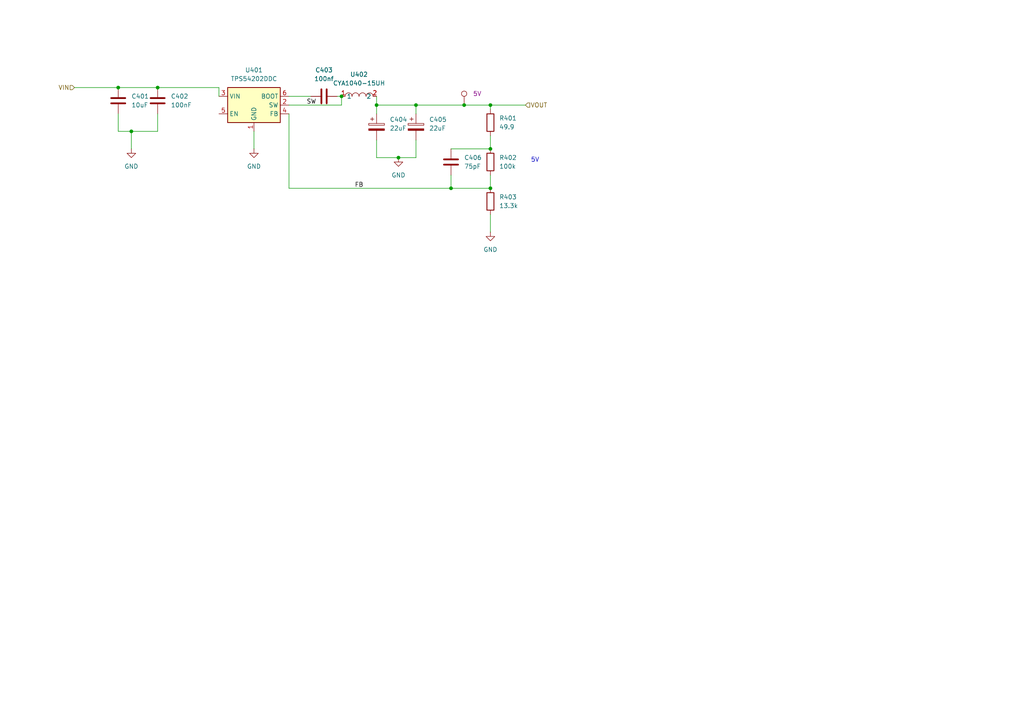
<source format=kicad_sch>
(kicad_sch (version 20250114) (generator "eeschema") (generator_version "9.0")
  (paper "A4")
  (lib_symbols
    (symbol "Device:C" (pin_numbers (hide yes)) (pin_names (offset 0.254))
      (property "Reference" "C" (at 0.635 2.54 0))
      (property "Value" "C" (at 0.635 -2.54 0))
      (symbol "C_0_1"
        (polyline (pts (xy -2.032 0.762) (xy 2.032 0.762)) (stroke (width 0.508)))
        (polyline (pts (xy -2.032 -0.762) (xy 2.032 -0.762)) (stroke (width 0.508)))
      )
      (symbol "C_1_1"
        (pin passive line (at 0 3.81 270) (length 2.794) (name "~") (number "1"))
        (pin passive line (at 0 -3.81 90) (length 2.794) (name "~") (number "2"))
      )
    )
    (symbol "Device:C_Polarized" (pin_numbers (hide yes)) (pin_names (offset 0.254))
      (property "Reference" "C" (at 0.635 2.54 0))
      (property "Value" "C_Polarized" (at 0.635 -2.54 0))
      (symbol "C_Polarized_0_1"
        (rectangle (start -2.286 0.508) (end 2.286 1.016))
        (polyline (pts (xy -1.778 2.286) (xy -0.762 2.286)))
        (polyline (pts (xy -1.27 2.794) (xy -1.27 1.778)))
        (rectangle (start 2.286 -0.508) (end -2.286 -1.016) (fill (type outline)))
      )
      (symbol "C_Polarized_1_1"
        (pin passive line (at 0 3.81 270) (length 2.794) (name "~") (number "1"))
        (pin passive line (at 0 -3.81 90) (length 2.794) (name "~") (number "2"))
      )
    )
    (symbol "Device:R" (pin_numbers (hide yes)) (pin_names (offset 0))
      (property "Reference" "R" (at 2.032 0 90))
      (property "Value" "R" (at 0 0 90))
      (symbol "R_0_1"
        (rectangle (start -1.016 -2.54) (end 1.016 2.54) (stroke (width 0.254)))
      )
      (symbol "R_1_1"
        (pin passive line (at 0 3.81 270) (length 1.27) (name "~") (number "1"))
        (pin passive line (at 0 -3.81 90) (length 1.27) (name "~") (number "2"))
      )
    )
    (symbol "Regulator_Switching:TPS54202DDC"
      (property "Reference" "U" (at -7.62 6.35 0))
      (property "Value" "TPS54202DDC" (at 0 6.35 0))
      (symbol "TPS54202DDC_0_1"
        (rectangle (start -7.62 5.08) (end 7.62 -5.08) (stroke (width 0.254)) (fill (type background)))
      )
      (symbol "TPS54202DDC_1_1"
        (pin power_in line (at -10.16 2.54 0) (length 2.54) (name "VIN") (number "3"))
        (pin input line (at -10.16 -2.54 0) (length 2.54) (name "EN") (number "5"))
        (pin power_in line (at 0 -7.62 90) (length 2.54) (name "GND") (number "1"))
        (pin passive line (at 10.16 2.54 180) (length 2.54) (name "BOOT") (number "6"))
        (pin power_out line (at 10.16 0 180) (length 2.54) (name "SW") (number "2"))
        (pin input line (at 10.16 -2.54 180) (length 2.54) (name "FB") (number "4"))
      )
    )
    (symbol "easyeda2kicad:CYA1040-15UH"
      (property "Reference" "U" (at 0 5.08 0))
      (property "Value" "CYA1040-15UH" (at 0 -5.08 0))
      (symbol "CYA1040-15UH_0_1"
        (arc (start -4.06 -0.01) (mid -3.055 1.013) (end -2.03 0.01))
        (arc (start -2.03 -0.01) (mid -1.025 1.013) (end 0 0.01))
        (arc (start 0 -0.01) (mid 1.005 1.013) (end 2.03 0.01))
        (arc (start 2.03 -0.01) (mid 3.035 1.013) (end 4.06 0.01))
        (pin unspecified line (at -5.08 0 0) (length 1.016) (name "1") (number "1"))
        (pin unspecified line (at 5.08 0 180) (length 1.016) (name "2") (number "2"))
      )
    )
    (symbol "easyeda2kicad:LabeledTestPoint" (pin_numbers (hide yes)) (pin_names (offset 0.762) (hide yes)) (in_bom no)
      (property "Label" "label" (at 0 5.08 0))
      (symbol "LabeledTestPoint_0_1"
        (circle (center 0 3.302) (radius 0.762))
      )
      (symbol "LabeledTestPoint_1_1"
        (pin passive line (at 0 0 90) (length 2.54) (name "1") (number "1"))
      )
    )
    (symbol "power:GND" (power) (pin_numbers (hide yes)) (pin_names (offset 0) (hide yes))
      (property "Value" "GND" (at 0 -3.81 0))
      (symbol "GND_0_1"
        (polyline (pts (xy 0 0) (xy 0 -1.27) (xy 1.27 -1.27) (xy 0 -2.54) (xy -1.27 -1.27) (xy 0 -1.27)))
      )
      (symbol "GND_1_1"
        (pin power_in line (at 0 0 270) (length 0) (name "~") (number "1"))
      )
    )
  )
  (text "5V" (at 155.194 46.482 0) (effects (font (size 1.27 1.27))))
  (junction (at 142.24 43.18))
  (junction (at 142.24 54.61))
  (junction (at 99.06 27.94))
  (junction (at 142.24 30.48))
  (junction (at 134.62 30.48))
  (junction (at 109.22 30.48))
  (junction (at 34.29 25.4))
  (junction (at 115.57 45.72))
  (junction (at 130.81 54.61))
  (junction (at 38.1 38.1))
  (junction (at 45.72 25.4))
  (junction (at 120.65 30.48))
  (wire (pts (xy 109.22 40.64) (xy 109.22 45.72)))
  (wire (pts (xy 34.29 25.4) (xy 45.72 25.4)))
  (wire (pts (xy 142.24 30.48) (xy 142.24 31.75)))
  (wire (pts (xy 142.24 30.48) (xy 152.4 30.48)))
  (wire (pts (xy 109.22 45.72) (xy 115.57 45.72)))
  (wire (pts (xy 142.24 50.8) (xy 142.24 54.61)))
  (wire (pts (xy 73.66 38.1) (xy 73.66 43.18)))
  (wire (pts (xy 120.65 30.48) (xy 120.65 33.02)))
  (wire (pts (xy 142.24 62.23) (xy 142.24 67.31)))
  (wire (pts (xy 130.81 54.61) (xy 130.81 50.8)))
  (wire (pts (xy 45.72 25.4) (xy 63.5 25.4)))
  (wire (pts (xy 83.82 54.61) (xy 130.81 54.61)))
  (wire (pts (xy 120.65 30.48) (xy 134.62 30.48)))
  (wire (pts (xy 109.22 27.94) (xy 109.22 30.48)))
  (wire (pts (xy 45.72 38.1) (xy 38.1 38.1)))
  (wire (pts (xy 34.29 33.02) (xy 34.29 38.1)))
  (wire (pts (xy 130.81 54.61) (xy 142.24 54.61)))
  (wire (pts (xy 142.24 43.18) (xy 130.81 43.18)))
  (wire (pts (xy 38.1 38.1) (xy 38.1 43.18)))
  (wire (pts (xy 109.22 30.48) (xy 120.65 30.48)))
  (wire (pts (xy 115.57 45.72) (xy 120.65 45.72)))
  (wire (pts (xy 83.82 33.02) (xy 83.82 54.61)))
  (wire (pts (xy 45.72 33.02) (xy 45.72 38.1)))
  (wire (pts (xy 63.5 25.4) (xy 63.5 27.94)))
  (wire (pts (xy 21.59 25.4) (xy 34.29 25.4)))
  (wire (pts (xy 134.62 30.48) (xy 142.24 30.48)))
  (wire (pts (xy 83.82 30.48) (xy 99.06 30.48)))
  (wire (pts (xy 97.79 27.94) (xy 99.06 27.94)))
  (wire (pts (xy 142.24 39.37) (xy 142.24 43.18)))
  (wire (pts (xy 120.65 40.64) (xy 120.65 45.72)))
  (wire (pts (xy 99.06 27.94) (xy 99.06 30.48)))
  (wire (pts (xy 83.82 27.94) (xy 90.17 27.94)))
  (wire (pts (xy 34.29 38.1) (xy 38.1 38.1)))
  (wire (pts (xy 109.22 30.48) (xy 109.22 33.02)))
  (label "FB" (at 102.87 54.61 0))
  (label "SW" (at 88.9 30.48 0))
  (hierarchical_label "VIN" (shape input) (at 21.59 25.4 180))
  (hierarchical_label "VOUT" (shape input) (at 152.4 30.48 0))
  (symbol (lib_id "power:GND") (at 142.24 67.31 0) (unit 1)
    (property "Reference" "#PWR0404" (effects (hide yes)))
    (property "Value" "GND" (at 142.24 72.39 0))
    (property "Description" "Power symbol creates a global label with name \"GND\" , ground" (effects (hide yes)))
  )
  (symbol (lib_id "power:GND") (at 38.1 43.18 0) (unit 1)
    (property "Reference" "#PWR0401" (effects (hide yes)))
    (property "Value" "GND" (at 38.1 48.26 0))
    (property "Description" "Power symbol creates a global label with name \"GND\" , ground" (effects (hide yes)))
  )
  (symbol (lib_id "Device:R") (at 142.24 46.99 0) (unit 1)
    (property "Reference" "R402" (at 144.78 45.7199 0) (effects (justify left)))
    (property "Value" "100k" (at 144.78 48.2599 0) (effects (justify left)))
    (property "Footprint" "Resistor_SMD:R_0603_1608Metric" (effects (hide yes)))
    (property "Description" "Resistor" (effects (hide yes)))
  )
  (symbol (lib_id "Device:C") (at 130.81 46.99 180) (unit 1)
    (property "Reference" "C406" (at 134.62 45.7199 0) (effects (justify right)))
    (property "Value" "75pF" (at 134.62 48.2599 0) (effects (justify right)))
    (property "Footprint" "Capacitor_SMD:C_0603_1608Metric" (effects (hide yes)))
    (property "Description" "Unpolarized capacitor" (effects (hide yes)))
  )
  (symbol (lib_id "Device:C") (at 45.72 29.21 0) (unit 1)
    (property "Reference" "C402" (at 49.53 27.9399 0) (effects (justify left)))
    (property "Value" "100nF" (at 49.53 30.4799 0) (effects (justify left)))
    (property "Footprint" "Capacitor_SMD:C_0603_1608Metric" (effects (hide yes)))
    (property "Description" "Unpolarized capacitor" (effects (hide yes)))
  )
  (symbol (lib_id "Device:R") (at 142.24 35.56 0) (unit 1)
    (property "Reference" "R401" (at 144.78 34.2899 0) (effects (justify left)))
    (property "Value" "49.9" (at 144.78 36.8299 0) (effects (justify left)))
    (property "Footprint" "Resistor_SMD:R_0603_1608Metric" (effects (hide yes)))
    (property "Description" "Resistor" (effects (hide yes)))
  )
  (symbol (lib_id "Regulator_Switching:TPS54202DDC") (at 73.66 30.48 0) (unit 1)
    (property "Reference" "U401" (at 73.66 20.32 0))
    (property "Value" "TPS54202DDC" (at 73.66 22.86 0))
    (property "Footprint" "Package_TO_SOT_SMD:SOT-23-6" (effects (hide yes)))
    (property "Datasheet" "http://www.ti.com/lit/ds/symlink/tps54202.pdf" (effects (hide yes)))
    (property "Description" "2A, 4.5 to 28V Input, EMI Friendly integrated switch synchronous step-down regulator, pulse-skipping, SOT-23-6" (effects (hide yes)))
  )
  (symbol (lib_id "Device:C") (at 34.29 29.21 0) (unit 1)
    (property "Reference" "C401" (at 38.1 27.9399 0) (effects (justify left)))
    (property "Value" "10uF" (at 38.1 30.4799 0) (effects (justify left)))
    (property "Footprint" "Capacitor_SMD:C_0603_1608Metric" (effects (hide yes)))
    (property "Description" "Unpolarized capacitor" (effects (hide yes)))
  )
  (symbol (lib_id "power:GND") (at 115.57 45.72 0) (unit 1)
    (property "Reference" "#PWR0403" (effects (hide yes)))
    (property "Value" "GND" (at 115.57 50.8 0))
    (property "Description" "Power symbol creates a global label with name \"GND\" , ground" (effects (hide yes)))
  )
  (symbol (lib_id "Device:C_Polarized") (at 120.65 36.83 0) (unit 1)
    (property "Reference" "C405" (at 124.46 34.6709 0) (effects (justify left)))
    (property "Value" "22uF" (at 124.46 37.2109 0) (effects (justify left)))
    (property "Footprint" "Capacitor_SMD:C_Elec_5x5.8" (effects (hide yes)))
    (property "Description" "Polarized capacitor" (effects (hide yes)))
    (property "LCSC Part" "C336246" (effects (hide yes)))
  )
  (symbol (lib_id "easyeda2kicad:CYA1040-15UH") (at 104.14 27.94 0) (unit 1)
    (property "Reference" "U402" (at 104.14 21.59 0))
    (property "Value" "CYA1040-15UH" (at 104.14 24.13 0))
    (property "Footprint" "easyeda2kicad:IND-SMD_L11.6-W10.1" (effects (hide yes)))
    (property "LCSC Part" "C6364678" (effects (hide yes)))
  )
  (symbol (lib_id "easyeda2kicad:LabeledTestPoint") (at 134.62 30.48 0) (unit 1) (in_bom no)
    (property "Reference" "TP401" (effects (hide yes)))
    (property "Value" "LabeledTestPoint" (effects (hide yes)))
    (property "Footprint" "easyeda2kicad:LabeledTestPoint" (effects (hide yes)))
    (property "Description" "test point" (effects (hide yes)))
    (property "Label" "5V" (at 137.16 27.1779 0) (effects (justify left)))
  )
  (symbol (lib_id "Device:C") (at 93.98 27.94 90) (unit 1)
    (property "Reference" "C403" (at 93.98 20.32 90))
    (property "Value" "100nf" (at 93.98 22.86 90))
    (property "Footprint" "Capacitor_SMD:C_0603_1608Metric" (effects (hide yes)))
    (property "Description" "Unpolarized capacitor" (effects (hide yes)))
  )
  (symbol (lib_id "Device:C_Polarized") (at 109.22 36.83 0) (unit 1)
    (property "Reference" "C404" (at 113.03 34.6709 0) (effects (justify left)))
    (property "Value" "22uF" (at 113.03 37.2109 0) (effects (justify left)))
    (property "Footprint" "Capacitor_SMD:C_Elec_5x5.8" (effects (hide yes)))
    (property "Description" "Polarized capacitor" (effects (hide yes)))
    (property "LCSC Part" "C336246" (effects (hide yes)))
  )
  (symbol (lib_id "Device:R") (at 142.24 58.42 0) (unit 1)
    (property "Reference" "R403" (at 144.78 57.1499 0) (effects (justify left)))
    (property "Value" "13.3k" (at 144.78 59.6899 0) (effects (justify left)))
    (property "Footprint" "Resistor_SMD:R_0603_1608Metric" (effects (hide yes)))
    (property "Description" "Resistor" (effects (hide yes)))
  )
  (symbol (lib_id "power:GND") (at 73.66 43.18 0) (unit 1)
    (property "Reference" "#PWR0402" (effects (hide yes)))
    (property "Value" "GND" (at 73.66 48.26 0))
    (property "Description" "Power symbol creates a global label with name \"GND\" , ground" (effects (hide yes)))
  )
)
</source>
